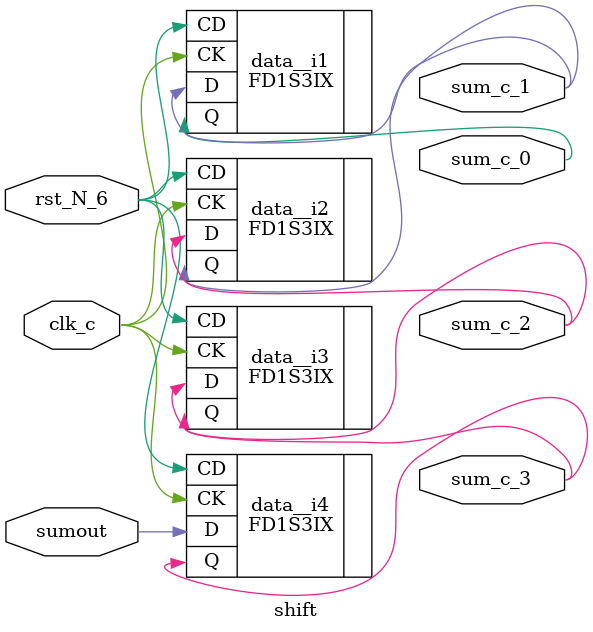
<source format=v>

module accum4 (datain, clk, rst, sum) /* synthesis syn_module_defined=1 */ ;   // e:/fpgaproject/stepmxo2/swust/22.accum4/accum4.v(13[8:14])
    input datain;   // e:/fpgaproject/stepmxo2/swust/22.accum4/accum4.v(15[12:18])
    input clk;   // e:/fpgaproject/stepmxo2/swust/22.accum4/accum4.v(16[12:15])
    input rst;   // e:/fpgaproject/stepmxo2/swust/22.accum4/accum4.v(16[16:19])
    output [3:0]sum;   // e:/fpgaproject/stepmxo2/swust/22.accum4/accum4.v(17[19:22])
    
    wire clk_c /* synthesis is_clock=1, SET_AS_NETWORK=clk_c */ ;   // e:/fpgaproject/stepmxo2/swust/22.accum4/accum4.v(16[12:15])
    wire rst_c /* synthesis is_clock=1, SET_AS_NETWORK=rst_c */ ;   // e:/fpgaproject/stepmxo2/swust/22.accum4/accum4.v(16[16:19])
    
    wire datain_c, sum_c_3, sum_c_2, sum_c_1, sum_c_0;
    wire [3:0]adder;   // e:/fpgaproject/stepmxo2/swust/22.accum4/accum4.v(20[12:17])
    
    wire cin, sumout, VCC_net, GND_net, rst_N_6, n37;
    
    OB sum_pad_3 (.I(sum_c_3), .O(sum[3]));   // e:/fpgaproject/stepmxo2/swust/22.accum4/accum4.v(17[19:22])
    VLO i30 (.Z(GND_net));
    IB rst_pad (.I(rst), .O(rst_c));   // e:/fpgaproject/stepmxo2/swust/22.accum4/accum4.v(16[16:19])
    shift_U0 u1 (.\adder[0] (adder[0]), .clk_c(clk_c), .rst_N_6(rst_N_6), 
            .datain_c(datain_c)) /* synthesis syn_module_defined=1 */ ;   // e:/fpgaproject/stepmxo2/swust/22.accum4/accum4.v(27[7] 33[2])
    IB clk_pad (.I(clk), .O(clk_c));   // e:/fpgaproject/stepmxo2/swust/22.accum4/accum4.v(16[12:15])
    LUT4 m1_lut (.Z(n37)) /* synthesis lut_function=1, syn_instantiated=1 */ ;
    defparam m1_lut.init = 16'hffff;
    TSALL TSALL_INST (.TSALL(GND_net));
    ahead u3 (.sum_c_0(sum_c_0), .\adder[0] (adder[0]), .cin(cin), .rst_c(rst_c), 
          .rst_N_6(rst_N_6), .clk_c(clk_c), .n37(n37)) /* synthesis syn_module_defined=1 */ ;   // e:/fpgaproject/stepmxo2/swust/22.accum4/accum4.v(44[7] 48[2])
    PUR PUR_INST (.PUR(VCC_net));
    defparam PUR_INST.RST_PULSE = 1;
    IB datain_pad (.I(datain), .O(datain_c));   // e:/fpgaproject/stepmxo2/swust/22.accum4/accum4.v(15[12:18])
    OB sum_pad_0 (.I(sum_c_0), .O(sum[0]));   // e:/fpgaproject/stepmxo2/swust/22.accum4/accum4.v(17[19:22])
    OB sum_pad_2 (.I(sum_c_2), .O(sum[2]));   // e:/fpgaproject/stepmxo2/swust/22.accum4/accum4.v(17[19:22])
    OB sum_pad_1 (.I(sum_c_1), .O(sum[1]));   // e:/fpgaproject/stepmxo2/swust/22.accum4/accum4.v(17[19:22])
    GSR GSR_INST (.GSR(rst_c));
    adder1 u2 (.\adder[0] (adder[0]), .sum_c_0(sum_c_0), .cin(cin), .sumout(sumout)) /* synthesis syn_module_defined=1 */ ;   // e:/fpgaproject/stepmxo2/swust/22.accum4/accum4.v(35[8] 42[2])
    shift u4 (.sum_c_3(sum_c_3), .clk_c(clk_c), .rst_N_6(rst_N_6), .sumout(sumout), 
          .sum_c_2(sum_c_2), .sum_c_1(sum_c_1), .sum_c_0(sum_c_0)) /* synthesis syn_module_defined=1 */ ;   // e:/fpgaproject/stepmxo2/swust/22.accum4/accum4.v(50[7] 56[2])
    VHI i33 (.Z(VCC_net));
    
endmodule
//
// Verilog Description of module shift_U0
//

module shift_U0 (\adder[0] , clk_c, rst_N_6, datain_c) /* synthesis syn_module_defined=1 */ ;
    output \adder[0] ;
    input clk_c;
    input rst_N_6;
    input datain_c;
    
    wire clk_c /* synthesis is_clock=1, SET_AS_NETWORK=clk_c */ ;   // e:/fpgaproject/stepmxo2/swust/22.accum4/accum4.v(16[12:15])
    wire [3:0]dataout;   // e:/fpgaproject/stepmxo2/swust/22.accum4/impl1/source/shift.v(18[20:27])
    
    FD1S3IX data__i0 (.D(dataout[1]), .CK(clk_c), .CD(rst_N_6), .Q(\adder[0] )) /* synthesis LSE_LINE_FILE_ID=5, LSE_LCOL=7, LSE_RCOL=2, LSE_LLINE=27, LSE_RLINE=33 */ ;   // e:/fpgaproject/stepmxo2/swust/22.accum4/impl1/source/shift.v(23[8] 32[6])
    defparam data__i0.GSR = "DISABLED";
    FD1S3IX data__i3 (.D(datain_c), .CK(clk_c), .CD(rst_N_6), .Q(dataout[3])) /* synthesis LSE_LINE_FILE_ID=5, LSE_LCOL=7, LSE_RCOL=2, LSE_LLINE=27, LSE_RLINE=33 */ ;   // e:/fpgaproject/stepmxo2/swust/22.accum4/impl1/source/shift.v(23[8] 32[6])
    defparam data__i3.GSR = "DISABLED";
    FD1S3IX data__i2 (.D(dataout[3]), .CK(clk_c), .CD(rst_N_6), .Q(dataout[2])) /* synthesis LSE_LINE_FILE_ID=5, LSE_LCOL=7, LSE_RCOL=2, LSE_LLINE=27, LSE_RLINE=33 */ ;   // e:/fpgaproject/stepmxo2/swust/22.accum4/impl1/source/shift.v(23[8] 32[6])
    defparam data__i2.GSR = "DISABLED";
    FD1S3IX data__i1 (.D(dataout[2]), .CK(clk_c), .CD(rst_N_6), .Q(dataout[1])) /* synthesis LSE_LINE_FILE_ID=5, LSE_LCOL=7, LSE_RCOL=2, LSE_LLINE=27, LSE_RLINE=33 */ ;   // e:/fpgaproject/stepmxo2/swust/22.accum4/impl1/source/shift.v(23[8] 32[6])
    defparam data__i1.GSR = "DISABLED";
    
endmodule
//
// Verilog Description of module TSALL
// module not written out since it is a black-box. 
//

//
// Verilog Description of module ahead
//

module ahead (sum_c_0, \adder[0] , cin, rst_c, rst_N_6, clk_c, n37) /* synthesis syn_module_defined=1 */ ;
    input sum_c_0;
    input \adder[0] ;
    output cin;
    input rst_c;
    output rst_N_6;
    input clk_c;
    input n37;
    
    wire rst_c /* synthesis is_clock=1, SET_AS_NETWORK=rst_c */ ;   // e:/fpgaproject/stepmxo2/swust/22.accum4/accum4.v(16[16:19])
    wire clk_c /* synthesis is_clock=1, SET_AS_NETWORK=clk_c */ ;   // e:/fpgaproject/stepmxo2/swust/22.accum4/accum4.v(16[12:15])
    
    wire n20;
    
    LUT4 i20_4_lut_3_lut (.A(sum_c_0), .B(\adder[0] ), .C(cin), .Z(n20)) /* synthesis lut_function=(A (B+(C))+!A (B (C))) */ ;   // e:/fpgaproject/stepmxo2/swust/22.accum4/ahead.v(31[13:18])
    defparam i20_4_lut_3_lut.init = 16'he8e8;
    jk_ff u1 (.rst_c(rst_c), .rst_N_6(rst_N_6), .cin(cin), .clk_c(clk_c), 
          .n20(n20), .n37(n37)) /* synthesis syn_module_defined=1 */ ;   // e:/fpgaproject/stepmxo2/swust/22.accum4/ahead.v(23[8] 28[2])
    
endmodule
//
// Verilog Description of module jk_ff
//

module jk_ff (rst_c, rst_N_6, cin, clk_c, n20, n37) /* synthesis syn_module_defined=1 */ ;
    input rst_c;
    output rst_N_6;
    output cin;
    input clk_c;
    input n20;
    input n37;
    
    wire rst_c /* synthesis is_clock=1, SET_AS_NETWORK=rst_c */ ;   // e:/fpgaproject/stepmxo2/swust/22.accum4/accum4.v(16[16:19])
    wire clk_c /* synthesis is_clock=1, SET_AS_NETWORK=clk_c */ ;   // e:/fpgaproject/stepmxo2/swust/22.accum4/accum4.v(16[12:15])
    
    wire n25, n24, n23;
    
    LUT4 rst_I_0_1_lut (.A(rst_c), .Z(rst_N_6)) /* synthesis lut_function=(!(A)) */ ;   // e:/fpgaproject/stepmxo2/swust/22.accum4/impl1/source/shift.v(24[5:9])
    defparam rst_I_0_1_lut.init = 16'h5555;
    LUT4 i17_3_lut (.A(n25), .B(n24), .C(n23), .Z(cin)) /* synthesis lut_function=(A (B+!(C))+!A (B (C))) */ ;   // e:/fpgaproject/stepmxo2/swust/22.accum4/impl1/source/jk_ff.v(28[4] 33[11])
    defparam i17_3_lut.init = 16'hcaca;
    FD1S3AX q_15_15_16_reset (.D(n20), .CK(clk_c), .Q(n25)) /* synthesis LSE_LINE_FILE_ID=6, LSE_LCOL=8, LSE_RCOL=2, LSE_LLINE=23, LSE_RLINE=28 */ ;   // e:/fpgaproject/stepmxo2/swust/22.accum4/impl1/source/jk_ff.v(28[4] 33[11])
    defparam q_15_15_16_reset.GSR = "ENABLED";
    FD1S1A i14 (.D(n37), .CK(rst_c), .Q(n23));   // e:/fpgaproject/stepmxo2/swust/22.accum4/impl1/source/jk_ff.v(28[4] 33[11])
    defparam i14.GSR = "ENABLED";
    FD1S3BX q_15_15_16_set (.D(n20), .CK(clk_c), .PD(rst_c), .Q(n24)) /* synthesis LSE_LINE_FILE_ID=6, LSE_LCOL=8, LSE_RCOL=2, LSE_LLINE=23, LSE_RLINE=28 */ ;   // e:/fpgaproject/stepmxo2/swust/22.accum4/impl1/source/jk_ff.v(28[4] 33[11])
    defparam q_15_15_16_set.GSR = "DISABLED";
    
endmodule
//
// Verilog Description of module PUR
// module not written out since it is a black-box. 
//

//
// Verilog Description of module adder1
//

module adder1 (\adder[0] , sum_c_0, cin, sumout) /* synthesis syn_module_defined=1 */ ;
    input \adder[0] ;
    input sum_c_0;
    input cin;
    output sumout;
    
    
    LUT4 i2_3_lut (.A(\adder[0] ), .B(sum_c_0), .C(cin), .Z(sumout)) /* synthesis lut_function=(A (B (C)+!B !(C))+!A !(B (C)+!B !(C))) */ ;   // e:/fpgaproject/stepmxo2/swust/22.accum4/impl1/source/adder1.v(25[5:18])
    defparam i2_3_lut.init = 16'h9696;
    
endmodule
//
// Verilog Description of module shift
//

module shift (sum_c_3, clk_c, rst_N_6, sumout, sum_c_2, sum_c_1, 
            sum_c_0) /* synthesis syn_module_defined=1 */ ;
    output sum_c_3;
    input clk_c;
    input rst_N_6;
    input sumout;
    output sum_c_2;
    output sum_c_1;
    output sum_c_0;
    
    wire clk_c /* synthesis is_clock=1, SET_AS_NETWORK=clk_c */ ;   // e:/fpgaproject/stepmxo2/swust/22.accum4/accum4.v(16[12:15])
    
    FD1S3IX data__i4 (.D(sumout), .CK(clk_c), .CD(rst_N_6), .Q(sum_c_3)) /* synthesis LSE_LINE_FILE_ID=5, LSE_LCOL=7, LSE_RCOL=2, LSE_LLINE=50, LSE_RLINE=56 */ ;   // e:/fpgaproject/stepmxo2/swust/22.accum4/impl1/source/shift.v(23[8] 32[6])
    defparam data__i4.GSR = "DISABLED";
    FD1S3IX data__i3 (.D(sum_c_3), .CK(clk_c), .CD(rst_N_6), .Q(sum_c_2)) /* synthesis LSE_LINE_FILE_ID=5, LSE_LCOL=7, LSE_RCOL=2, LSE_LLINE=50, LSE_RLINE=56 */ ;   // e:/fpgaproject/stepmxo2/swust/22.accum4/impl1/source/shift.v(23[8] 32[6])
    defparam data__i3.GSR = "DISABLED";
    FD1S3IX data__i2 (.D(sum_c_2), .CK(clk_c), .CD(rst_N_6), .Q(sum_c_1)) /* synthesis LSE_LINE_FILE_ID=5, LSE_LCOL=7, LSE_RCOL=2, LSE_LLINE=50, LSE_RLINE=56 */ ;   // e:/fpgaproject/stepmxo2/swust/22.accum4/impl1/source/shift.v(23[8] 32[6])
    defparam data__i2.GSR = "DISABLED";
    FD1S3IX data__i1 (.D(sum_c_1), .CK(clk_c), .CD(rst_N_6), .Q(sum_c_0)) /* synthesis LSE_LINE_FILE_ID=5, LSE_LCOL=7, LSE_RCOL=2, LSE_LLINE=50, LSE_RLINE=56 */ ;   // e:/fpgaproject/stepmxo2/swust/22.accum4/impl1/source/shift.v(23[8] 32[6])
    defparam data__i1.GSR = "DISABLED";
    
endmodule

</source>
